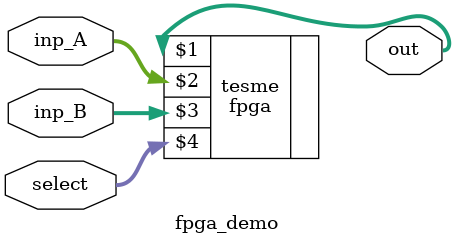
<source format=v>

module fpga_demo
(
// {ALTERA_ARGS_BEGIN} DO NOT REMOVE THIS LINE!

	inp_A,
	inp_B,
	out,
	select
// {ALTERA_ARGS_END} DO NOT REMOVE THIS LINE!

);

// {ALTERA_IO_BEGIN} DO NOT REMOVE THIS LINE!
input	[4:0]	inp_A;
input	[4:0]	inp_B;
output	[4:0]	out;
input	[1:0]	select;


fpga tesme(out,inp_A,inp_B,select);
// {ALTERA_IO_END} DO NOT REMOVE THIS LINE!
// {ALTERA_MODULE_BEGIN} DO NOT REMOVE THIS LINE!
// {ALTERA_MODULE_END} DO NOT REMOVE THIS LINE!
endmodule

</source>
